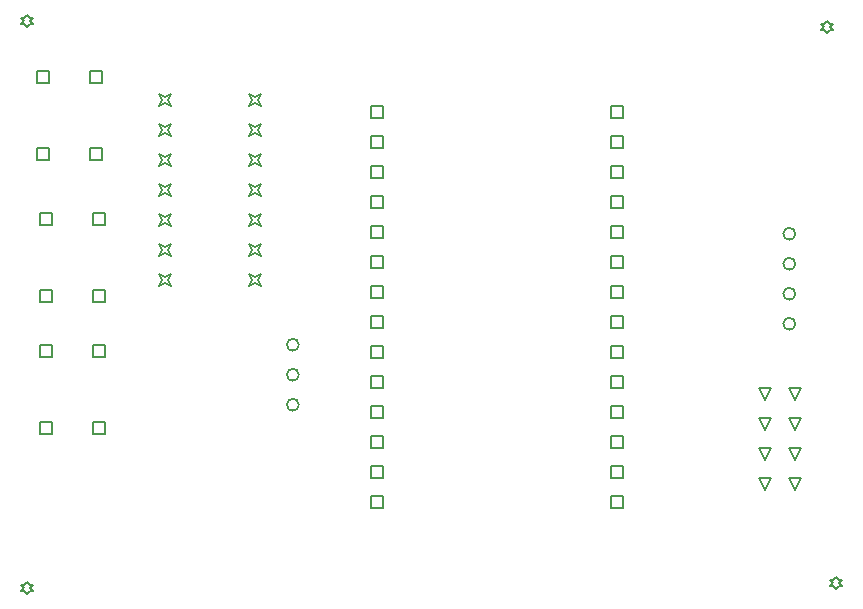
<source format=gbr>
G04 Layer_Color=2752767*
%FSLAX26Y26*%
%MOIN*%
%TF.FileFunction,Drawing*%
%TF.Part,Single*%
G01*
G75*
%TA.AperFunction,NonConductor*%
%ADD36C,0.005000*%
%ADD37C,0.006667*%
D36*
X2733583Y3542047D02*
Y3582047D01*
X2773583D01*
Y3542047D01*
X2733583D01*
Y3797953D02*
Y3837953D01*
X2773583D01*
Y3797953D01*
X2733583D01*
X2556417Y3542047D02*
Y3582047D01*
X2596417D01*
Y3542047D01*
X2556417D01*
Y3797953D02*
Y3837953D01*
X2596417D01*
Y3797953D01*
X2556417D01*
X2723583Y4457047D02*
Y4497047D01*
X2763583D01*
Y4457047D01*
X2723583D01*
Y4712953D02*
Y4752953D01*
X2763583D01*
Y4712953D01*
X2723583D01*
X2546417Y4457047D02*
Y4497047D01*
X2586417D01*
Y4457047D01*
X2546417D01*
Y4712953D02*
Y4752953D01*
X2586417D01*
Y4712953D01*
X2546417D01*
X2733583Y3982047D02*
Y4022047D01*
X2773583D01*
Y3982047D01*
X2733583D01*
Y4237953D02*
Y4277953D01*
X2773583D01*
Y4237953D01*
X2733583D01*
X2556417Y3982047D02*
Y4022047D01*
X2596417D01*
Y3982047D01*
X2556417D01*
Y4237953D02*
Y4277953D01*
X2596417D01*
Y4237953D01*
X2556417D01*
X3660000Y3295000D02*
Y3335000D01*
X3700000D01*
Y3295000D01*
X3660000D01*
Y3395000D02*
Y3435000D01*
X3700000D01*
Y3395000D01*
X3660000D01*
Y3495000D02*
Y3535000D01*
X3700000D01*
Y3495000D01*
X3660000D01*
Y3595000D02*
Y3635000D01*
X3700000D01*
Y3595000D01*
X3660000D01*
Y3695000D02*
Y3735000D01*
X3700000D01*
Y3695000D01*
X3660000D01*
Y3795000D02*
Y3835000D01*
X3700000D01*
Y3795000D01*
X3660000D01*
Y3895000D02*
Y3935000D01*
X3700000D01*
Y3895000D01*
X3660000D01*
Y3995000D02*
Y4035000D01*
X3700000D01*
Y3995000D01*
X3660000D01*
Y4095000D02*
Y4135000D01*
X3700000D01*
Y4095000D01*
X3660000D01*
Y4195000D02*
Y4235000D01*
X3700000D01*
Y4195000D01*
X3660000D01*
Y4295000D02*
Y4335000D01*
X3700000D01*
Y4295000D01*
X3660000D01*
Y4395000D02*
Y4435000D01*
X3700000D01*
Y4395000D01*
X3660000D01*
Y4495000D02*
Y4535000D01*
X3700000D01*
Y4495000D01*
X3660000D01*
Y4595000D02*
Y4635000D01*
X3700000D01*
Y4595000D01*
X3660000D01*
X4460000D02*
Y4635000D01*
X4500000D01*
Y4595000D01*
X4460000D01*
Y4495000D02*
Y4535000D01*
X4500000D01*
Y4495000D01*
X4460000D01*
Y4395000D02*
Y4435000D01*
X4500000D01*
Y4395000D01*
X4460000D01*
Y4295000D02*
Y4335000D01*
X4500000D01*
Y4295000D01*
X4460000D01*
Y4195000D02*
Y4235000D01*
X4500000D01*
Y4195000D01*
X4460000D01*
Y4095000D02*
Y4135000D01*
X4500000D01*
Y4095000D01*
X4460000D01*
Y3995000D02*
Y4035000D01*
X4500000D01*
Y3995000D01*
X4460000D01*
Y3895000D02*
Y3935000D01*
X4500000D01*
Y3895000D01*
X4460000D01*
Y3795000D02*
Y3835000D01*
X4500000D01*
Y3795000D01*
X4460000D01*
Y3695000D02*
Y3735000D01*
X4500000D01*
Y3695000D01*
X4460000D01*
Y3595000D02*
Y3635000D01*
X4500000D01*
Y3595000D01*
X4460000D01*
Y3495000D02*
Y3535000D01*
X4500000D01*
Y3495000D01*
X4460000D01*
Y3395000D02*
Y3435000D01*
X4500000D01*
Y3395000D01*
X4460000D01*
Y3295000D02*
Y3335000D01*
X4500000D01*
Y3295000D01*
X4460000D01*
X4975000Y3655000D02*
X4955000Y3695000D01*
X4995000D01*
X4975000Y3655000D01*
X5075000D02*
X5055000Y3695000D01*
X5095000D01*
X5075000Y3655000D01*
X4975000Y3555000D02*
X4955000Y3595000D01*
X4995000D01*
X4975000Y3555000D01*
X5075000D02*
X5055000Y3595000D01*
X5095000D01*
X5075000Y3555000D01*
X4975000Y3455000D02*
X4955000Y3495000D01*
X4995000D01*
X4975000Y3455000D01*
X5075000D02*
X5055000Y3495000D01*
X5095000D01*
X5075000Y3455000D01*
Y3355000D02*
X5055000Y3395000D01*
X5095000D01*
X5075000Y3355000D01*
X4975000D02*
X4955000Y3395000D01*
X4995000D01*
X4975000Y3355000D01*
X2515000Y4900000D02*
X2525000Y4910000D01*
X2535000D01*
X2525000Y4920000D01*
X2535000Y4930000D01*
X2525000D01*
X2515000Y4940000D01*
X2505000Y4930000D01*
X2495000D01*
X2505000Y4920000D01*
X2495000Y4910000D01*
X2505000D01*
X2515000Y4900000D01*
X5180000Y4880000D02*
X5190000Y4890000D01*
X5200000D01*
X5190000Y4900000D01*
X5200000Y4910000D01*
X5190000D01*
X5180000Y4920000D01*
X5170000Y4910000D01*
X5160000D01*
X5170000Y4900000D01*
X5160000Y4890000D01*
X5170000D01*
X5180000Y4880000D01*
X2515000Y3010000D02*
X2525000Y3020000D01*
X2535000D01*
X2525000Y3030000D01*
X2535000Y3040000D01*
X2525000D01*
X2515000Y3050000D01*
X2505000Y3040000D01*
X2495000D01*
X2505000Y3030000D01*
X2495000Y3020000D01*
X2505000D01*
X2515000Y3010000D01*
X5210000Y3025000D02*
X5220000Y3035000D01*
X5230000D01*
X5220000Y3045000D01*
X5230000Y3055000D01*
X5220000D01*
X5210000Y3065000D01*
X5200000Y3055000D01*
X5190000D01*
X5200000Y3045000D01*
X5190000Y3035000D01*
X5200000D01*
X5210000Y3025000D01*
X2955000Y4635000D02*
X2965000Y4655000D01*
X2955000Y4675000D01*
X2975000Y4665000D01*
X2995000Y4675000D01*
X2985000Y4655000D01*
X2995000Y4635000D01*
X2975000Y4645000D01*
X2955000Y4635000D01*
Y4535000D02*
X2965000Y4555000D01*
X2955000Y4575000D01*
X2975000Y4565000D01*
X2995000Y4575000D01*
X2985000Y4555000D01*
X2995000Y4535000D01*
X2975000Y4545000D01*
X2955000Y4535000D01*
Y4435000D02*
X2965000Y4455000D01*
X2955000Y4475000D01*
X2975000Y4465000D01*
X2995000Y4475000D01*
X2985000Y4455000D01*
X2995000Y4435000D01*
X2975000Y4445000D01*
X2955000Y4435000D01*
Y4335000D02*
X2965000Y4355000D01*
X2955000Y4375000D01*
X2975000Y4365000D01*
X2995000Y4375000D01*
X2985000Y4355000D01*
X2995000Y4335000D01*
X2975000Y4345000D01*
X2955000Y4335000D01*
Y4235000D02*
X2965000Y4255000D01*
X2955000Y4275000D01*
X2975000Y4265000D01*
X2995000Y4275000D01*
X2985000Y4255000D01*
X2995000Y4235000D01*
X2975000Y4245000D01*
X2955000Y4235000D01*
Y4135000D02*
X2965000Y4155000D01*
X2955000Y4175000D01*
X2975000Y4165000D01*
X2995000Y4175000D01*
X2985000Y4155000D01*
X2995000Y4135000D01*
X2975000Y4145000D01*
X2955000Y4135000D01*
Y4035000D02*
X2965000Y4055000D01*
X2955000Y4075000D01*
X2975000Y4065000D01*
X2995000Y4075000D01*
X2985000Y4055000D01*
X2995000Y4035000D01*
X2975000Y4045000D01*
X2955000Y4035000D01*
X3255000Y4635000D02*
X3265000Y4655000D01*
X3255000Y4675000D01*
X3275000Y4665000D01*
X3295000Y4675000D01*
X3285000Y4655000D01*
X3295000Y4635000D01*
X3275000Y4645000D01*
X3255000Y4635000D01*
Y4535000D02*
X3265000Y4555000D01*
X3255000Y4575000D01*
X3275000Y4565000D01*
X3295000Y4575000D01*
X3285000Y4555000D01*
X3295000Y4535000D01*
X3275000Y4545000D01*
X3255000Y4535000D01*
Y4435000D02*
X3265000Y4455000D01*
X3255000Y4475000D01*
X3275000Y4465000D01*
X3295000Y4475000D01*
X3285000Y4455000D01*
X3295000Y4435000D01*
X3275000Y4445000D01*
X3255000Y4435000D01*
Y4335000D02*
X3265000Y4355000D01*
X3255000Y4375000D01*
X3275000Y4365000D01*
X3295000Y4375000D01*
X3285000Y4355000D01*
X3295000Y4335000D01*
X3275000Y4345000D01*
X3255000Y4335000D01*
Y4235000D02*
X3265000Y4255000D01*
X3255000Y4275000D01*
X3275000Y4265000D01*
X3295000Y4275000D01*
X3285000Y4255000D01*
X3295000Y4235000D01*
X3275000Y4245000D01*
X3255000Y4235000D01*
Y4135000D02*
X3265000Y4155000D01*
X3255000Y4175000D01*
X3275000Y4165000D01*
X3295000Y4175000D01*
X3285000Y4155000D01*
X3295000Y4135000D01*
X3275000Y4145000D01*
X3255000Y4135000D01*
Y4035000D02*
X3265000Y4055000D01*
X3255000Y4075000D01*
X3275000Y4065000D01*
X3295000Y4075000D01*
X3285000Y4055000D01*
X3295000Y4035000D01*
X3275000Y4045000D01*
X3255000Y4035000D01*
D37*
X5075000Y4210000D02*
G03*
X5075000Y4210000I-20000J0D01*
G01*
Y4110000D02*
G03*
X5075000Y4110000I-20000J0D01*
G01*
Y4010000D02*
G03*
X5075000Y4010000I-20000J0D01*
G01*
Y3910000D02*
G03*
X5075000Y3910000I-20000J0D01*
G01*
X3420000Y3640000D02*
G03*
X3420000Y3640000I-20000J0D01*
G01*
Y3740000D02*
G03*
X3420000Y3740000I-20000J0D01*
G01*
Y3840000D02*
G03*
X3420000Y3840000I-20000J0D01*
G01*
%TF.MD5,8013d0a684b19a63c8246f5e4dafdacc*%
M02*

</source>
